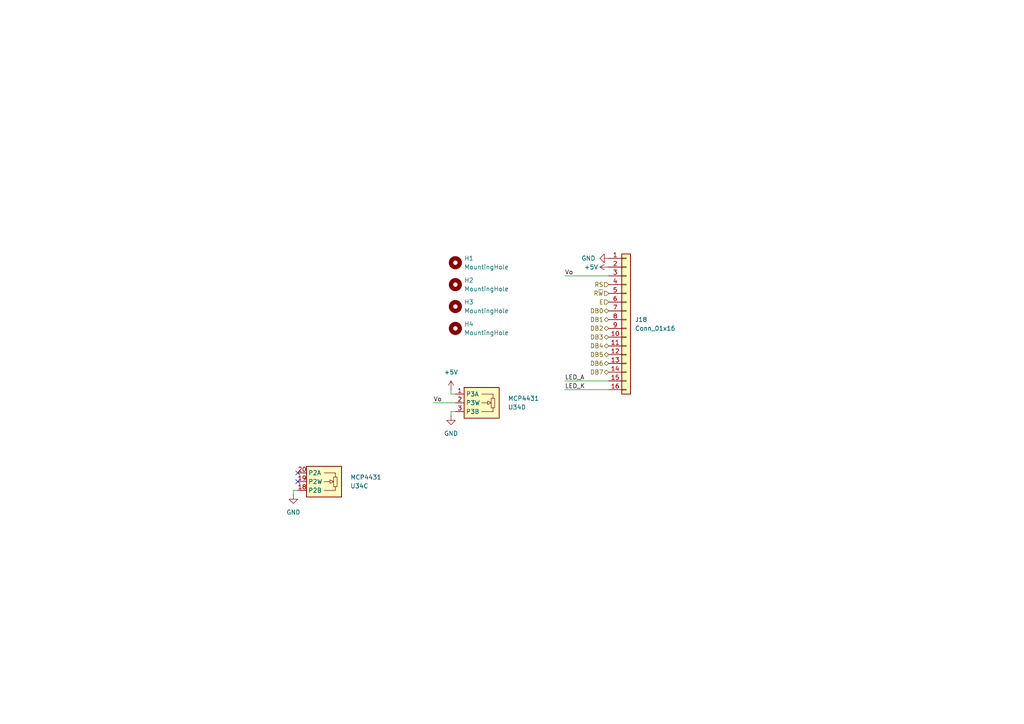
<source format=kicad_sch>
(kicad_sch (version 20250114) (generator "eeschema") (generator_version "9.0")
  (paper "A4")
  (lib_symbols
    (symbol "+5V_1" (power) (pin_numbers (hide yes)) (pin_names (offset 0) (hide yes))
      (property "Value" "+5V" (at 0 3.556 0))
      (symbol "+5V_1_0_1"
        (polyline (pts (xy -0.762 1.27) (xy 0 2.54)))
        (polyline (pts (xy 0 2.54) (xy 0.762 1.27)))
        (polyline (pts (xy 0 0) (xy 0 2.54)))
      )
      (symbol "+5V_1_1_1"
        (pin power_in line (at 0 0 90) (length 0) (name "~") (number "1"))
      )
    )
    (symbol "Connector_Generic:Conn_01x16" (pin_names (offset 1.016) (hide yes))
      (property "Reference" "J" (at 0 20.32 0))
      (property "Value" "Conn_01x16" (at 0 -22.86 0))
      (symbol "Conn_01x16_1_1"
        (rectangle (start -1.27 19.05) (end 1.27 -21.59) (stroke (width 0.254)) (fill (type background)))
        (rectangle (start -1.27 17.907) (end 0 17.653) (stroke (width 0.1524)))
        (rectangle (start -1.27 15.367) (end 0 15.113) (stroke (width 0.1524)))
        (rectangle (start -1.27 12.827) (end 0 12.573) (stroke (width 0.1524)))
        (rectangle (start -1.27 10.287) (end 0 10.033) (stroke (width 0.1524)))
        (rectangle (start -1.27 7.747) (end 0 7.493) (stroke (width 0.1524)))
        (rectangle (start -1.27 5.207) (end 0 4.953) (stroke (width 0.1524)))
        (rectangle (start -1.27 2.667) (end 0 2.413) (stroke (width 0.1524)))
        (rectangle (start -1.27 0.127) (end 0 -0.127) (stroke (width 0.1524)))
        (rectangle (start -1.27 -2.413) (end 0 -2.667) (stroke (width 0.1524)))
        (rectangle (start -1.27 -4.953) (end 0 -5.207) (stroke (width 0.1524)))
        (rectangle (start -1.27 -7.493) (end 0 -7.747) (stroke (width 0.1524)))
        (rectangle (start -1.27 -10.033) (end 0 -10.287) (stroke (width 0.1524)))
        (rectangle (start -1.27 -12.573) (end 0 -12.827) (stroke (width 0.1524)))
        (rectangle (start -1.27 -15.113) (end 0 -15.367) (stroke (width 0.1524)))
        (rectangle (start -1.27 -17.653) (end 0 -17.907) (stroke (width 0.1524)))
        (rectangle (start -1.27 -20.193) (end 0 -20.447) (stroke (width 0.1524)))
        (pin passive line (at -5.08 17.78 0) (length 3.81) (name "Pin_1") (number "1"))
        (pin passive line (at -5.08 15.24 0) (length 3.81) (name "Pin_2") (number "2"))
        (pin passive line (at -5.08 12.7 0) (length 3.81) (name "Pin_3") (number "3"))
        (pin passive line (at -5.08 10.16 0) (length 3.81) (name "Pin_4") (number "4"))
        (pin passive line (at -5.08 7.62 0) (length 3.81) (name "Pin_5") (number "5"))
        (pin passive line (at -5.08 5.08 0) (length 3.81) (name "Pin_6") (number "6"))
        (pin passive line (at -5.08 2.54 0) (length 3.81) (name "Pin_7") (number "7"))
        (pin passive line (at -5.08 0 0) (length 3.81) (name "Pin_8") (number "8"))
        (pin passive line (at -5.08 -2.54 0) (length 3.81) (name "Pin_9") (number "9"))
        (pin passive line (at -5.08 -5.08 0) (length 3.81) (name "Pin_10") (number "10"))
        (pin passive line (at -5.08 -7.62 0) (length 3.81) (name "Pin_11") (number "11"))
        (pin passive line (at -5.08 -10.16 0) (length 3.81) (name "Pin_12") (number "12"))
        (pin passive line (at -5.08 -12.7 0) (length 3.81) (name "Pin_13") (number "13"))
        (pin passive line (at -5.08 -15.24 0) (length 3.81) (name "Pin_14") (number "14"))
        (pin passive line (at -5.08 -17.78 0) (length 3.81) (name "Pin_15") (number "15"))
        (pin passive line (at -5.08 -20.32 0) (length 3.81) (name "Pin_16") (number "16"))
      )
    )
    (symbol "GND_1" (power) (pin_numbers (hide yes)) (pin_names (offset 0) (hide yes))
      (property "Value" "GND" (at 0 -3.81 0))
      (symbol "GND_1_0_1"
        (polyline (pts (xy 0 0) (xy 0 -1.27) (xy 1.27 -1.27) (xy 0 -2.54) (xy -1.27 -1.27) (xy 0 -1.27)))
      )
      (symbol "GND_1_1_1"
        (pin power_in line (at 0 0 270) (length 0) (name "~") (number "1"))
      )
    )
    (symbol "Mechanical:MountingHole" (pin_names (offset 1.016)) (in_bom no)
      (property "Reference" "H" (at 0 5.08 0))
      (property "Value" "MountingHole" (at 0 3.175 0))
      (symbol "MountingHole_0_1"
        (circle (center 0 0) (radius 1.27) (stroke (width 1.27)))
      )
    )
    (symbol "Potentiometer_Digital:MCP4431-xxxx-ST"
      (property "Reference" "U" (at -8.89 11.43 0))
      (property "Value" "MCP4431-xxxx-ST" (at 10.16 -11.43 0))
      (symbol "MCP4431-xxxx-ST_1_1"
        (polyline (pts (xy 1.7272 0) (xy 0 0)))
        (polyline (pts (xy 1.7272 -0.508) (xy 1.7272 0.508) (xy 2.7432 0) (xy 1.7272 -0.508) (xy 1.7272 -0.508)))
        (polyline (pts (xy 3.302 2.54) (xy 0 2.54)) (fill (type background)))
        (polyline (pts (xy 3.302 2.54) (xy 3.302 2.286) (xy 3.302 2.286)) (fill (type background)))
        (polyline (pts (xy 3.302 2.286) (xy 3.302 1.4478)))
        (polyline (pts (xy 3.302 -2.3114) (xy 3.302 -1.3716)))
        (polyline (pts (xy 3.302 -2.54) (xy 0 -2.54)) (fill (type background)))
        (polyline (pts (xy 3.302 -2.54) (xy 3.302 -2.286) (xy 3.302 -2.286)))
        (rectangle (start 3.7846 -1.3462) (end 2.7686 1.4478))
        (rectangle (start 5.08 -4.445) (end -5.08 4.445) (stroke (width 0.254)) (fill (type background)))
        (pin passive line (at -7.62 2.54 0) (length 2.54) (name "P0B") (number "13"))
        (pin passive line (at -7.62 0 0) (length 2.54) (name "P0W") (number "12"))
        (pin passive line (at -7.62 -2.54 0) (length 2.54) (name "P0A") (number "11"))
      )
      (symbol "MCP4431-xxxx-ST_2_1"
        (polyline (pts (xy 1.7272 0) (xy 0 0)))
        (polyline (pts (xy 1.7272 -0.508) (xy 1.7272 0.508) (xy 2.7432 0) (xy 1.7272 -0.508) (xy 1.7272 -0.508)))
        (polyline (pts (xy 3.302 2.54) (xy 0 2.54)) (fill (type background)))
        (polyline (pts (xy 3.302 2.54) (xy 3.302 2.286) (xy 3.302 2.286)) (fill (type background)))
        (polyline (pts (xy 3.302 2.286) (xy 3.302 1.4478)))
        (polyline (pts (xy 3.302 -2.3114) (xy 3.302 -1.3716)))
        (polyline (pts (xy 3.302 -2.54) (xy 0 -2.54)) (fill (type background)))
        (polyline (pts (xy 3.302 -2.54) (xy 3.302 -2.286) (xy 3.302 -2.286)))
        (rectangle (start 3.7846 -1.3462) (end 2.7686 1.4478))
        (rectangle (start 5.08 -4.445) (end -5.08 4.445) (stroke (width 0.254)) (fill (type background)))
        (pin passive line (at -7.62 2.54 0) (length 2.54) (name "P1B") (number "8"))
        (pin passive line (at -7.62 0 0) (length 2.54) (name "P1W") (number "9"))
        (pin passive line (at -7.62 -2.54 0) (length 2.54) (name "P1A") (number "10"))
      )
      (symbol "MCP4431-xxxx-ST_3_1"
        (polyline (pts (xy 1.7272 0) (xy 0 0)))
        (polyline (pts (xy 1.7272 -0.508) (xy 1.7272 0.508) (xy 2.7432 0) (xy 1.7272 -0.508) (xy 1.7272 -0.508)))
        (polyline (pts (xy 3.302 2.54) (xy 0 2.54)) (fill (type background)))
        (polyline (pts (xy 3.302 2.54) (xy 3.302 2.286) (xy 3.302 2.286)) (fill (type background)))
        (polyline (pts (xy 3.302 2.286) (xy 3.302 1.4478)))
        (polyline (pts (xy 3.302 -2.3114) (xy 3.302 -1.3716)))
        (polyline (pts (xy 3.302 -2.54) (xy 0 -2.54)) (fill (type background)))
        (polyline (pts (xy 3.302 -2.54) (xy 3.302 -2.286) (xy 3.302 -2.286)))
        (rectangle (start 3.7846 -1.3462) (end 2.7686 1.4478))
        (rectangle (start 5.08 -4.445) (end -5.08 4.445) (stroke (width 0.254)) (fill (type background)))
        (pin passive line (at -7.62 2.54 0) (length 2.54) (name "P2B") (number "18"))
        (pin passive line (at -7.62 0 0) (length 2.54) (name "P2W") (number "19"))
        (pin passive line (at -7.62 -2.54 0) (length 2.54) (name "P2A") (number "20"))
      )
      (symbol "MCP4431-xxxx-ST_4_1"
        (polyline (pts (xy 1.7272 0) (xy 0 0)))
        (polyline (pts (xy 1.7272 -0.508) (xy 1.7272 0.508) (xy 2.7432 0) (xy 1.7272 -0.508) (xy 1.7272 -0.508)))
        (polyline (pts (xy 3.302 2.54) (xy 0 2.54)) (fill (type background)))
        (polyline (pts (xy 3.302 2.54) (xy 3.302 2.286) (xy 3.302 2.286)) (fill (type background)))
        (polyline (pts (xy 3.302 2.286) (xy 3.302 1.4478)))
        (polyline (pts (xy 3.302 -2.3114) (xy 3.302 -1.3716)))
        (polyline (pts (xy 3.302 -2.54) (xy 0 -2.54)) (fill (type background)))
        (polyline (pts (xy 3.302 -2.54) (xy 3.302 -2.286) (xy 3.302 -2.286)))
        (rectangle (start 3.7846 -1.3462) (end 2.7686 1.4478))
        (rectangle (start 5.08 -4.445) (end -5.08 4.445) (stroke (width 0.254)) (fill (type background)))
        (pin passive line (at -7.62 2.54 0) (length 2.54) (name "P3B") (number "3"))
        (pin passive line (at -7.62 0 0) (length 2.54) (name "P3W") (number "2"))
        (pin passive line (at -7.62 -2.54 0) (length 2.54) (name "P3A") (number "1"))
      )
      (symbol "MCP4431-xxxx-ST_5_1"
        (rectangle (start -10.16 10.16) (end 10.16 -10.16) (fill (type background)))
        (pin input line (at -12.7 7.62 0) (length 2.54) (name "~{RESET}") (number "15"))
        (pin input line (at -12.7 2.54 0) (length 2.54) (name "SCL") (number "5"))
        (pin bidirectional line (at -12.7 0 0) (length 2.54) (name "SDA") (number "6"))
        (pin input line (at -12.7 -5.08 0) (length 2.54) (name "HVC/A0") (number "4"))
        (pin input line (at -12.7 -7.62 0) (length 2.54) (name "A1") (number "16"))
        (pin no_connect line (at -10.16 -2.54 0) (length 2.54) (hide yes) (name "NC") (number "14"))
        (pin power_in line (at 0 12.7 270) (length 2.54) (name "VDD") (number "17"))
        (pin power_in line (at 0 -12.7 90) (length 2.54) (name "VSS") (number "7"))
      )
    )
    (symbol "power:GND" (power) (pin_numbers (hide yes)) (pin_names (offset 0) (hide yes))
      (property "Value" "GND" (at 0 -3.81 0))
      (symbol "GND_0_1"
        (polyline (pts (xy 0 0) (xy 0 -1.27) (xy 1.27 -1.27) (xy 0 -2.54) (xy -1.27 -1.27) (xy 0 -1.27)))
      )
      (symbol "GND_1_1"
        (pin power_in line (at 0 0 270) (length 0) (name "~") (number "1"))
      )
    )
  )
  (no_connect (at 86.36 137.16))
  (no_connect (at 86.36 139.7))
  (wire (pts (xy 130.81 119.38) (xy 130.81 120.65)))
  (wire (pts (xy 130.81 113.03) (xy 130.81 114.3)))
  (wire (pts (xy 163.83 113.03) (xy 176.53 113.03)))
  (wire (pts (xy 125.73 116.84) (xy 132.08 116.84)))
  (wire (pts (xy 132.08 119.38) (xy 130.81 119.38)))
  (wire (pts (xy 130.81 114.3) (xy 132.08 114.3)))
  (wire (pts (xy 85.09 143.51) (xy 85.09 142.24)))
  (wire (pts (xy 163.83 80.01) (xy 176.53 80.01)))
  (wire (pts (xy 85.09 142.24) (xy 86.36 142.24)))
  (wire (pts (xy 163.83 110.49) (xy 176.53 110.49)))
  (label "LED_A" (at 163.83 110.49 0))
  (label "LED_K" (at 163.83 113.03 0))
  (label "Vo" (at 125.73 116.84 0))
  (label "Vo" (at 163.83 80.01 0))
  (hierarchical_label "E" (shape input) (at 176.53 87.63 180))
  (hierarchical_label "DB0" (shape bidirectional) (at 176.53 90.17 180))
  (hierarchical_label "DB3" (shape bidirectional) (at 176.53 97.79 180))
  (hierarchical_label "DB7" (shape bidirectional) (at 176.53 107.95 180))
  (hierarchical_label "DB6" (shape bidirectional) (at 176.53 105.41 180))
  (hierarchical_label "DB5" (shape bidirectional) (at 176.53 102.87 180))
  (hierarchical_label "DB4" (shape bidirectional) (at 176.53 100.33 180))
  (hierarchical_label "RS" (shape input) (at 176.53 82.55 180))
  (hierarchical_label "DB1" (shape bidirectional) (at 176.53 92.71 180))
  (hierarchical_label "DB2" (shape bidirectional) (at 176.53 95.25 180))
  (hierarchical_label "R~{W}" (shape input) (at 176.53 85.09 180))
  (symbol (lib_id "Potentiometer_Digital:MCP4431-xxxx-ST") (at 93.98 139.7 0) (mirror x) (unit 3)
    (property "Reference" "U34" (at 101.6 140.9701 0) (effects (justify left)))
    (property "Value" "MCP4431" (at 101.6 138.4301 0) (effects (justify left)))
    (property "Footprint" "Package_SO:TSSOP-20_4.4x6.5mm_P0.65mm" (effects (hide yes)))
    (property "Datasheet" "https://ww1.microchip.com/downloads/en/DeviceDoc/22267A_MCP4431.pdf" (effects (hide yes)))
    (property "Description" "Quad 7 Bit Digital Potentiometer, I²C, Volatile Memory, TSSOP-20" (effects (hide yes)))
    (property "MPN" "MCP4431-103E/ST" (effects (hide yes)))
  )
  (symbol (lib_id "power:GND") (at 130.81 120.65 0) (unit 1)
    (property "Reference" "#PWR0433" (effects (hide yes)))
    (property "Value" "GND" (at 130.81 125.73 0))
    (property "Description" "Power symbol creates a global label with name \"GND\" , ground" (effects (hide yes)))
  )
  (symbol (lib_name "+5V_1") (lib_id "power:+5V") (at 130.81 113.03 0) (unit 1)
    (property "Reference" "#PWR0432" (effects (hide yes)))
    (property "Value" "+5V" (at 130.81 107.95 0))
    (property "Description" "Power symbol creates a global label with name \"+5V\"" (effects (hide yes)))
  )
  (symbol (lib_id "Mechanical:MountingHole") (at 132.08 76.2 0) (unit 1) (in_bom no)
    (property "Reference" "H1" (at 134.62 74.9299 0) (effects (justify left)))
    (property "Value" "MountingHole" (at 134.62 77.4699 0) (effects (justify left)))
    (property "Footprint" "MountingHole:MountingHole_3.2mm_M3" (effects (hide yes)))
    (property "Description" "Mounting Hole without connection" (effects (hide yes)))
  )
  (symbol (lib_id "power:GND") (at 85.09 143.51 0) (unit 1)
    (property "Reference" "#PWR0215" (effects (hide yes)))
    (property "Value" "GND" (at 85.09 148.59 0))
    (property "Description" "Power symbol creates a global label with name \"GND\" , ground" (effects (hide yes)))
  )
  (symbol (lib_name "GND_1") (lib_id "power:GND") (at 176.53 74.93 270) (mirror x) (unit 1)
    (property "Reference" "#PWR0434" (effects (hide yes)))
    (property "Value" "GND" (at 172.72 74.9299 90) (effects (justify right)))
    (property "Description" "Power symbol creates a global label with name \"GND\" , ground" (effects (hide yes)))
  )
  (symbol (lib_name "+5V_1") (lib_id "power:+5V") (at 176.53 77.47 90) (mirror x) (unit 1)
    (property "Reference" "#PWR0435" (effects (hide yes)))
    (property "Value" "+5V" (at 171.45 77.47 90))
    (property "Description" "Power symbol creates a global label with name \"+5V\"" (effects (hide yes)))
  )
  (symbol (lib_id "Connector_Generic:Conn_01x16") (at 181.61 92.71 0) (unit 1)
    (property "Reference" "J18" (at 184.15 92.7099 0) (effects (justify left)))
    (property "Value" "Conn_01x16" (at 184.15 95.2499 0) (effects (justify left)))
    (property "Footprint" "Connector_PinHeader_2.54mm:PinHeader_1x16_P2.54mm_Vertical" (effects (hide yes)))
    (property "Description" "Generic connector, single row, 01x16, script generated (kicad-library-utils/schlib/autogen/connector/)" (effects (hide yes)))
  )
  (symbol (lib_id "Mechanical:MountingHole") (at 132.08 88.9 0) (unit 1) (in_bom no)
    (property "Reference" "H3" (at 134.62 87.6299 0) (effects (justify left)))
    (property "Value" "MountingHole" (at 134.62 90.1699 0) (effects (justify left)))
    (property "Footprint" "MountingHole:MountingHole_3.2mm_M3" (effects (hide yes)))
    (property "Description" "Mounting Hole without connection" (effects (hide yes)))
  )
  (symbol (lib_id "Mechanical:MountingHole") (at 132.08 82.55 0) (unit 1) (in_bom no)
    (property "Reference" "H2" (at 134.62 81.2799 0) (effects (justify left)))
    (property "Value" "MountingHole" (at 134.62 83.8199 0) (effects (justify left)))
    (property "Footprint" "MountingHole:MountingHole_3.2mm_M3" (effects (hide yes)))
    (property "Description" "Mounting Hole without connection" (effects (hide yes)))
  )
  (symbol (lib_id "Mechanical:MountingHole") (at 132.08 95.25 0) (unit 1) (in_bom no)
    (property "Reference" "H4" (at 134.62 93.9799 0) (effects (justify left)))
    (property "Value" "MountingHole" (at 134.62 96.5199 0) (effects (justify left)))
    (property "Footprint" "MountingHole:MountingHole_3.2mm_M3" (effects (hide yes)))
    (property "Description" "Mounting Hole without connection" (effects (hide yes)))
  )
  (symbol (lib_id "Potentiometer_Digital:MCP4431-xxxx-ST") (at 139.7 116.84 0) (mirror x) (unit 4)
    (property "Reference" "U34" (at 147.32 118.1101 0) (effects (justify left)))
    (property "Value" "MCP4431" (at 147.32 115.5701 0) (effects (justify left)))
    (property "Footprint" "Package_SO:TSSOP-20_4.4x6.5mm_P0.65mm" (effects (hide yes)))
    (property "Datasheet" "https://ww1.microchip.com/downloads/en/DeviceDoc/22267A_MCP4431.pdf" (effects (hide yes)))
    (property "Description" "Quad 7 Bit Digital Potentiometer, I²C, Volatile Memory, TSSOP-20" (effects (hide yes)))
    (property "MPN" "MCP4431-103E/ST" (effects (hide yes)))
  )
)
</source>
